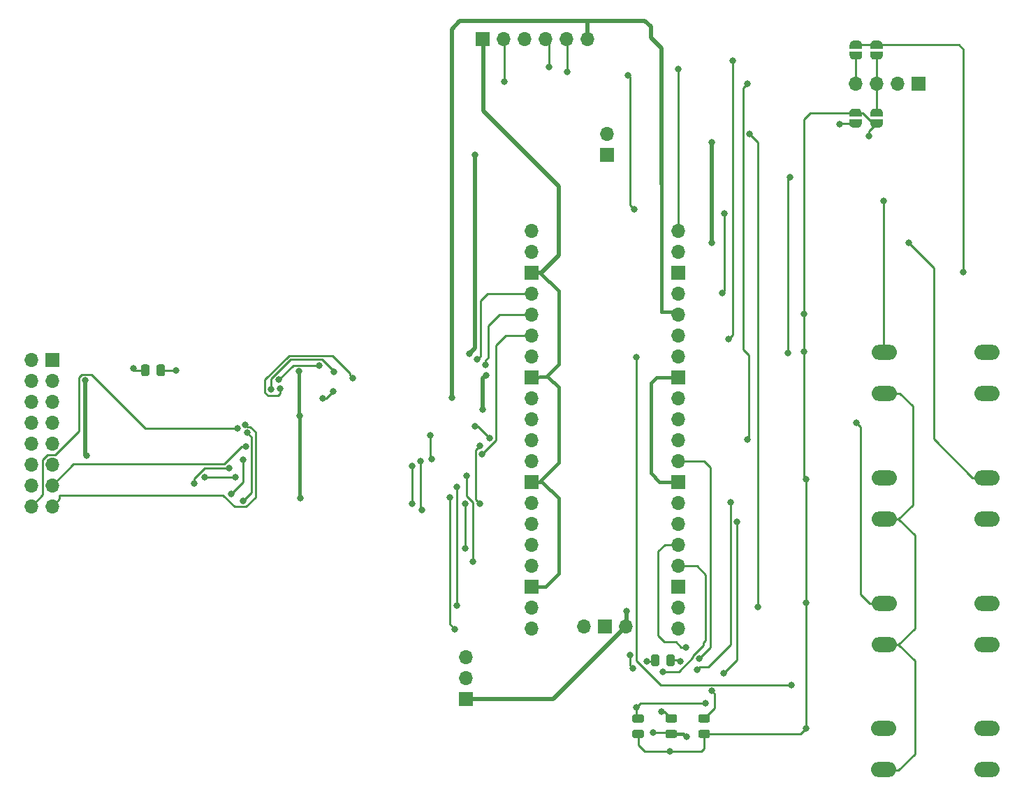
<source format=gbr>
G04 #@! TF.GenerationSoftware,KiCad,Pcbnew,5.1.5+dfsg1-2build2*
G04 #@! TF.CreationDate,2021-07-02T10:02:58+01:00*
G04 #@! TF.ProjectId,pak_breakout,70616b5f-6272-4656-916b-6f75742e6b69,rev?*
G04 #@! TF.SameCoordinates,Original*
G04 #@! TF.FileFunction,Copper,L2,Bot*
G04 #@! TF.FilePolarity,Positive*
%FSLAX46Y46*%
G04 Gerber Fmt 4.6, Leading zero omitted, Abs format (unit mm)*
G04 Created by KiCad (PCBNEW 5.1.5+dfsg1-2build2) date 2021-07-02 10:02:58*
%MOMM*%
%LPD*%
G04 APERTURE LIST*
%ADD10O,1.700000X1.700000*%
%ADD11R,1.700000X1.700000*%
%ADD12C,0.100000*%
%ADD13O,3.048000X1.850000*%
%ADD14C,0.800000*%
%ADD15C,0.500000*%
%ADD16C,0.250000*%
%ADD17C,0.400000*%
G04 APERTURE END LIST*
D10*
X390900000Y-188600000D03*
X388360000Y-188600000D03*
X385820000Y-188600000D03*
X383280000Y-188600000D03*
X380740000Y-188600000D03*
D11*
X378200000Y-188600000D03*
G04 #@! TA.AperFunction,SMDPad,CuDef*
D12*
G36*
X339405142Y-228101174D02*
G01*
X339428803Y-228104684D01*
X339452007Y-228110496D01*
X339474529Y-228118554D01*
X339496153Y-228128782D01*
X339516670Y-228141079D01*
X339535883Y-228155329D01*
X339553607Y-228171393D01*
X339569671Y-228189117D01*
X339583921Y-228208330D01*
X339596218Y-228228847D01*
X339606446Y-228250471D01*
X339614504Y-228272993D01*
X339620316Y-228296197D01*
X339623826Y-228319858D01*
X339625000Y-228343750D01*
X339625000Y-229256250D01*
X339623826Y-229280142D01*
X339620316Y-229303803D01*
X339614504Y-229327007D01*
X339606446Y-229349529D01*
X339596218Y-229371153D01*
X339583921Y-229391670D01*
X339569671Y-229410883D01*
X339553607Y-229428607D01*
X339535883Y-229444671D01*
X339516670Y-229458921D01*
X339496153Y-229471218D01*
X339474529Y-229481446D01*
X339452007Y-229489504D01*
X339428803Y-229495316D01*
X339405142Y-229498826D01*
X339381250Y-229500000D01*
X338893750Y-229500000D01*
X338869858Y-229498826D01*
X338846197Y-229495316D01*
X338822993Y-229489504D01*
X338800471Y-229481446D01*
X338778847Y-229471218D01*
X338758330Y-229458921D01*
X338739117Y-229444671D01*
X338721393Y-229428607D01*
X338705329Y-229410883D01*
X338691079Y-229391670D01*
X338678782Y-229371153D01*
X338668554Y-229349529D01*
X338660496Y-229327007D01*
X338654684Y-229303803D01*
X338651174Y-229280142D01*
X338650000Y-229256250D01*
X338650000Y-228343750D01*
X338651174Y-228319858D01*
X338654684Y-228296197D01*
X338660496Y-228272993D01*
X338668554Y-228250471D01*
X338678782Y-228228847D01*
X338691079Y-228208330D01*
X338705329Y-228189117D01*
X338721393Y-228171393D01*
X338739117Y-228155329D01*
X338758330Y-228141079D01*
X338778847Y-228128782D01*
X338800471Y-228118554D01*
X338822993Y-228110496D01*
X338846197Y-228104684D01*
X338869858Y-228101174D01*
X338893750Y-228100000D01*
X339381250Y-228100000D01*
X339405142Y-228101174D01*
G37*
G04 #@! TD.AperFunction*
G04 #@! TA.AperFunction,SMDPad,CuDef*
G36*
X337530142Y-228101174D02*
G01*
X337553803Y-228104684D01*
X337577007Y-228110496D01*
X337599529Y-228118554D01*
X337621153Y-228128782D01*
X337641670Y-228141079D01*
X337660883Y-228155329D01*
X337678607Y-228171393D01*
X337694671Y-228189117D01*
X337708921Y-228208330D01*
X337721218Y-228228847D01*
X337731446Y-228250471D01*
X337739504Y-228272993D01*
X337745316Y-228296197D01*
X337748826Y-228319858D01*
X337750000Y-228343750D01*
X337750000Y-229256250D01*
X337748826Y-229280142D01*
X337745316Y-229303803D01*
X337739504Y-229327007D01*
X337731446Y-229349529D01*
X337721218Y-229371153D01*
X337708921Y-229391670D01*
X337694671Y-229410883D01*
X337678607Y-229428607D01*
X337660883Y-229444671D01*
X337641670Y-229458921D01*
X337621153Y-229471218D01*
X337599529Y-229481446D01*
X337577007Y-229489504D01*
X337553803Y-229495316D01*
X337530142Y-229498826D01*
X337506250Y-229500000D01*
X337018750Y-229500000D01*
X336994858Y-229498826D01*
X336971197Y-229495316D01*
X336947993Y-229489504D01*
X336925471Y-229481446D01*
X336903847Y-229471218D01*
X336883330Y-229458921D01*
X336864117Y-229444671D01*
X336846393Y-229428607D01*
X336830329Y-229410883D01*
X336816079Y-229391670D01*
X336803782Y-229371153D01*
X336793554Y-229349529D01*
X336785496Y-229327007D01*
X336779684Y-229303803D01*
X336776174Y-229280142D01*
X336775000Y-229256250D01*
X336775000Y-228343750D01*
X336776174Y-228319858D01*
X336779684Y-228296197D01*
X336785496Y-228272993D01*
X336793554Y-228250471D01*
X336803782Y-228228847D01*
X336816079Y-228208330D01*
X336830329Y-228189117D01*
X336846393Y-228171393D01*
X336864117Y-228155329D01*
X336883330Y-228141079D01*
X336903847Y-228128782D01*
X336925471Y-228118554D01*
X336947993Y-228110496D01*
X336971197Y-228104684D01*
X336994858Y-228101174D01*
X337018750Y-228100000D01*
X337506250Y-228100000D01*
X337530142Y-228101174D01*
G37*
G04 #@! TD.AperFunction*
D10*
X376150000Y-263600000D03*
X376150000Y-266140000D03*
D11*
X376150000Y-268680000D03*
D13*
X426750000Y-277250000D03*
X426750000Y-272250000D03*
X439250000Y-277250000D03*
X439250000Y-272250000D03*
G04 #@! TA.AperFunction,SMDPad,CuDef*
D12*
G36*
X422600602Y-197550000D02*
G01*
X422600602Y-197525466D01*
X422605412Y-197476635D01*
X422614984Y-197428510D01*
X422629228Y-197381555D01*
X422648005Y-197336222D01*
X422671136Y-197292949D01*
X422698396Y-197252150D01*
X422729524Y-197214221D01*
X422764221Y-197179524D01*
X422802150Y-197148396D01*
X422842949Y-197121136D01*
X422886222Y-197098005D01*
X422931555Y-197079228D01*
X422978510Y-197064984D01*
X423026635Y-197055412D01*
X423075466Y-197050602D01*
X423100000Y-197050602D01*
X423100000Y-197050000D01*
X423600000Y-197050000D01*
X423600000Y-197050602D01*
X423624534Y-197050602D01*
X423673365Y-197055412D01*
X423721490Y-197064984D01*
X423768445Y-197079228D01*
X423813778Y-197098005D01*
X423857051Y-197121136D01*
X423897850Y-197148396D01*
X423935779Y-197179524D01*
X423970476Y-197214221D01*
X424001604Y-197252150D01*
X424028864Y-197292949D01*
X424051995Y-197336222D01*
X424070772Y-197381555D01*
X424085016Y-197428510D01*
X424094588Y-197476635D01*
X424099398Y-197525466D01*
X424099398Y-197550000D01*
X424100000Y-197550000D01*
X424100000Y-198050000D01*
X422600000Y-198050000D01*
X422600000Y-197550000D01*
X422600602Y-197550000D01*
G37*
G04 #@! TD.AperFunction*
G04 #@! TA.AperFunction,SMDPad,CuDef*
G36*
X424100000Y-198350000D02*
G01*
X424100000Y-198850000D01*
X424099398Y-198850000D01*
X424099398Y-198874534D01*
X424094588Y-198923365D01*
X424085016Y-198971490D01*
X424070772Y-199018445D01*
X424051995Y-199063778D01*
X424028864Y-199107051D01*
X424001604Y-199147850D01*
X423970476Y-199185779D01*
X423935779Y-199220476D01*
X423897850Y-199251604D01*
X423857051Y-199278864D01*
X423813778Y-199301995D01*
X423768445Y-199320772D01*
X423721490Y-199335016D01*
X423673365Y-199344588D01*
X423624534Y-199349398D01*
X423600000Y-199349398D01*
X423600000Y-199350000D01*
X423100000Y-199350000D01*
X423100000Y-199349398D01*
X423075466Y-199349398D01*
X423026635Y-199344588D01*
X422978510Y-199335016D01*
X422931555Y-199320772D01*
X422886222Y-199301995D01*
X422842949Y-199278864D01*
X422802150Y-199251604D01*
X422764221Y-199220476D01*
X422729524Y-199185779D01*
X422698396Y-199147850D01*
X422671136Y-199107051D01*
X422648005Y-199063778D01*
X422629228Y-199018445D01*
X422614984Y-198971490D01*
X422605412Y-198923365D01*
X422600602Y-198874534D01*
X422600602Y-198850000D01*
X422600000Y-198850000D01*
X422600000Y-198350000D01*
X424100000Y-198350000D01*
G37*
G04 #@! TD.AperFunction*
G04 #@! TA.AperFunction,SMDPad,CuDef*
G36*
X426649398Y-198850000D02*
G01*
X426649398Y-198874534D01*
X426644588Y-198923365D01*
X426635016Y-198971490D01*
X426620772Y-199018445D01*
X426601995Y-199063778D01*
X426578864Y-199107051D01*
X426551604Y-199147850D01*
X426520476Y-199185779D01*
X426485779Y-199220476D01*
X426447850Y-199251604D01*
X426407051Y-199278864D01*
X426363778Y-199301995D01*
X426318445Y-199320772D01*
X426271490Y-199335016D01*
X426223365Y-199344588D01*
X426174534Y-199349398D01*
X426150000Y-199349398D01*
X426150000Y-199350000D01*
X425650000Y-199350000D01*
X425650000Y-199349398D01*
X425625466Y-199349398D01*
X425576635Y-199344588D01*
X425528510Y-199335016D01*
X425481555Y-199320772D01*
X425436222Y-199301995D01*
X425392949Y-199278864D01*
X425352150Y-199251604D01*
X425314221Y-199220476D01*
X425279524Y-199185779D01*
X425248396Y-199147850D01*
X425221136Y-199107051D01*
X425198005Y-199063778D01*
X425179228Y-199018445D01*
X425164984Y-198971490D01*
X425155412Y-198923365D01*
X425150602Y-198874534D01*
X425150602Y-198850000D01*
X425150000Y-198850000D01*
X425150000Y-198350000D01*
X426650000Y-198350000D01*
X426650000Y-198850000D01*
X426649398Y-198850000D01*
G37*
G04 #@! TD.AperFunction*
G04 #@! TA.AperFunction,SMDPad,CuDef*
G36*
X425150000Y-198050000D02*
G01*
X425150000Y-197550000D01*
X425150602Y-197550000D01*
X425150602Y-197525466D01*
X425155412Y-197476635D01*
X425164984Y-197428510D01*
X425179228Y-197381555D01*
X425198005Y-197336222D01*
X425221136Y-197292949D01*
X425248396Y-197252150D01*
X425279524Y-197214221D01*
X425314221Y-197179524D01*
X425352150Y-197148396D01*
X425392949Y-197121136D01*
X425436222Y-197098005D01*
X425481555Y-197079228D01*
X425528510Y-197064984D01*
X425576635Y-197055412D01*
X425625466Y-197050602D01*
X425650000Y-197050602D01*
X425650000Y-197050000D01*
X426150000Y-197050000D01*
X426150000Y-197050602D01*
X426174534Y-197050602D01*
X426223365Y-197055412D01*
X426271490Y-197064984D01*
X426318445Y-197079228D01*
X426363778Y-197098005D01*
X426407051Y-197121136D01*
X426447850Y-197148396D01*
X426485779Y-197179524D01*
X426520476Y-197214221D01*
X426551604Y-197252150D01*
X426578864Y-197292949D01*
X426601995Y-197336222D01*
X426620772Y-197381555D01*
X426635016Y-197428510D01*
X426644588Y-197476635D01*
X426649398Y-197525466D01*
X426649398Y-197550000D01*
X426650000Y-197550000D01*
X426650000Y-198050000D01*
X425150000Y-198050000D01*
G37*
G04 #@! TD.AperFunction*
G04 #@! TA.AperFunction,SMDPad,CuDef*
G36*
X422650602Y-189300000D02*
G01*
X422650602Y-189275466D01*
X422655412Y-189226635D01*
X422664984Y-189178510D01*
X422679228Y-189131555D01*
X422698005Y-189086222D01*
X422721136Y-189042949D01*
X422748396Y-189002150D01*
X422779524Y-188964221D01*
X422814221Y-188929524D01*
X422852150Y-188898396D01*
X422892949Y-188871136D01*
X422936222Y-188848005D01*
X422981555Y-188829228D01*
X423028510Y-188814984D01*
X423076635Y-188805412D01*
X423125466Y-188800602D01*
X423150000Y-188800602D01*
X423150000Y-188800000D01*
X423650000Y-188800000D01*
X423650000Y-188800602D01*
X423674534Y-188800602D01*
X423723365Y-188805412D01*
X423771490Y-188814984D01*
X423818445Y-188829228D01*
X423863778Y-188848005D01*
X423907051Y-188871136D01*
X423947850Y-188898396D01*
X423985779Y-188929524D01*
X424020476Y-188964221D01*
X424051604Y-189002150D01*
X424078864Y-189042949D01*
X424101995Y-189086222D01*
X424120772Y-189131555D01*
X424135016Y-189178510D01*
X424144588Y-189226635D01*
X424149398Y-189275466D01*
X424149398Y-189300000D01*
X424150000Y-189300000D01*
X424150000Y-189800000D01*
X422650000Y-189800000D01*
X422650000Y-189300000D01*
X422650602Y-189300000D01*
G37*
G04 #@! TD.AperFunction*
G04 #@! TA.AperFunction,SMDPad,CuDef*
G36*
X424150000Y-190100000D02*
G01*
X424150000Y-190600000D01*
X424149398Y-190600000D01*
X424149398Y-190624534D01*
X424144588Y-190673365D01*
X424135016Y-190721490D01*
X424120772Y-190768445D01*
X424101995Y-190813778D01*
X424078864Y-190857051D01*
X424051604Y-190897850D01*
X424020476Y-190935779D01*
X423985779Y-190970476D01*
X423947850Y-191001604D01*
X423907051Y-191028864D01*
X423863778Y-191051995D01*
X423818445Y-191070772D01*
X423771490Y-191085016D01*
X423723365Y-191094588D01*
X423674534Y-191099398D01*
X423650000Y-191099398D01*
X423650000Y-191100000D01*
X423150000Y-191100000D01*
X423150000Y-191099398D01*
X423125466Y-191099398D01*
X423076635Y-191094588D01*
X423028510Y-191085016D01*
X422981555Y-191070772D01*
X422936222Y-191051995D01*
X422892949Y-191028864D01*
X422852150Y-191001604D01*
X422814221Y-190970476D01*
X422779524Y-190935779D01*
X422748396Y-190897850D01*
X422721136Y-190857051D01*
X422698005Y-190813778D01*
X422679228Y-190768445D01*
X422664984Y-190721490D01*
X422655412Y-190673365D01*
X422650602Y-190624534D01*
X422650602Y-190600000D01*
X422650000Y-190600000D01*
X422650000Y-190100000D01*
X424150000Y-190100000D01*
G37*
G04 #@! TD.AperFunction*
G04 #@! TA.AperFunction,SMDPad,CuDef*
G36*
X425150602Y-189300000D02*
G01*
X425150602Y-189275466D01*
X425155412Y-189226635D01*
X425164984Y-189178510D01*
X425179228Y-189131555D01*
X425198005Y-189086222D01*
X425221136Y-189042949D01*
X425248396Y-189002150D01*
X425279524Y-188964221D01*
X425314221Y-188929524D01*
X425352150Y-188898396D01*
X425392949Y-188871136D01*
X425436222Y-188848005D01*
X425481555Y-188829228D01*
X425528510Y-188814984D01*
X425576635Y-188805412D01*
X425625466Y-188800602D01*
X425650000Y-188800602D01*
X425650000Y-188800000D01*
X426150000Y-188800000D01*
X426150000Y-188800602D01*
X426174534Y-188800602D01*
X426223365Y-188805412D01*
X426271490Y-188814984D01*
X426318445Y-188829228D01*
X426363778Y-188848005D01*
X426407051Y-188871136D01*
X426447850Y-188898396D01*
X426485779Y-188929524D01*
X426520476Y-188964221D01*
X426551604Y-189002150D01*
X426578864Y-189042949D01*
X426601995Y-189086222D01*
X426620772Y-189131555D01*
X426635016Y-189178510D01*
X426644588Y-189226635D01*
X426649398Y-189275466D01*
X426649398Y-189300000D01*
X426650000Y-189300000D01*
X426650000Y-189800000D01*
X425150000Y-189800000D01*
X425150000Y-189300000D01*
X425150602Y-189300000D01*
G37*
G04 #@! TD.AperFunction*
G04 #@! TA.AperFunction,SMDPad,CuDef*
G36*
X426650000Y-190100000D02*
G01*
X426650000Y-190600000D01*
X426649398Y-190600000D01*
X426649398Y-190624534D01*
X426644588Y-190673365D01*
X426635016Y-190721490D01*
X426620772Y-190768445D01*
X426601995Y-190813778D01*
X426578864Y-190857051D01*
X426551604Y-190897850D01*
X426520476Y-190935779D01*
X426485779Y-190970476D01*
X426447850Y-191001604D01*
X426407051Y-191028864D01*
X426363778Y-191051995D01*
X426318445Y-191070772D01*
X426271490Y-191085016D01*
X426223365Y-191094588D01*
X426174534Y-191099398D01*
X426150000Y-191099398D01*
X426150000Y-191100000D01*
X425650000Y-191100000D01*
X425650000Y-191099398D01*
X425625466Y-191099398D01*
X425576635Y-191094588D01*
X425528510Y-191085016D01*
X425481555Y-191070772D01*
X425436222Y-191051995D01*
X425392949Y-191028864D01*
X425352150Y-191001604D01*
X425314221Y-190970476D01*
X425279524Y-190935779D01*
X425248396Y-190897850D01*
X425221136Y-190857051D01*
X425198005Y-190813778D01*
X425179228Y-190768445D01*
X425164984Y-190721490D01*
X425155412Y-190673365D01*
X425150602Y-190624534D01*
X425150602Y-190600000D01*
X425150000Y-190600000D01*
X425150000Y-190100000D01*
X426650000Y-190100000D01*
G37*
G04 #@! TD.AperFunction*
D13*
X426800000Y-246870000D03*
X426800000Y-241870000D03*
X439300000Y-246870000D03*
X439300000Y-241870000D03*
D10*
X393192000Y-200152000D03*
D11*
X393192000Y-202692000D03*
D10*
X323460000Y-245300000D03*
X326000000Y-245300000D03*
X323460000Y-242760000D03*
X326000000Y-242760000D03*
X323460000Y-240220000D03*
X326000000Y-240220000D03*
X323460000Y-237680000D03*
X326000000Y-237680000D03*
X323460000Y-235140000D03*
X326000000Y-235140000D03*
X323460000Y-232600000D03*
X326000000Y-232600000D03*
X323460000Y-230060000D03*
X326000000Y-230060000D03*
X323460000Y-227520000D03*
D11*
X326000000Y-227600000D03*
D10*
X395540000Y-259900000D03*
D11*
X393000000Y-259900000D03*
D10*
X390460000Y-259900000D03*
X401890000Y-211870000D03*
X401890000Y-214410000D03*
D11*
X401890000Y-216950000D03*
D10*
X401890000Y-219490000D03*
X401890000Y-222030000D03*
X401890000Y-224570000D03*
X401890000Y-227110000D03*
D11*
X401890000Y-229650000D03*
D10*
X401890000Y-232190000D03*
X401890000Y-234730000D03*
X401890000Y-237270000D03*
X401890000Y-239810000D03*
D11*
X401890000Y-242350000D03*
D10*
X401890000Y-244890000D03*
X401890000Y-247430000D03*
X401890000Y-249970000D03*
X401890000Y-252510000D03*
D11*
X401890000Y-255050000D03*
D10*
X401890000Y-257590000D03*
X401890000Y-260130000D03*
X384110000Y-260130000D03*
X384110000Y-257590000D03*
D11*
X384110000Y-255050000D03*
D10*
X384110000Y-252510000D03*
X384110000Y-249970000D03*
X384110000Y-247430000D03*
X384110000Y-244890000D03*
D11*
X384110000Y-242350000D03*
D10*
X384110000Y-239810000D03*
X384110000Y-237270000D03*
X384110000Y-234730000D03*
X384110000Y-232190000D03*
D11*
X384110000Y-229650000D03*
D10*
X384110000Y-227110000D03*
X384110000Y-224570000D03*
X384110000Y-222030000D03*
X384110000Y-219490000D03*
D11*
X384110000Y-216950000D03*
D10*
X384110000Y-214410000D03*
X384110000Y-211870000D03*
D13*
X426800000Y-262110000D03*
X426800000Y-257110000D03*
X439300000Y-262110000D03*
X439300000Y-257110000D03*
X426800000Y-231630000D03*
X426800000Y-226630000D03*
X439300000Y-231630000D03*
X439300000Y-226630000D03*
G04 #@! TA.AperFunction,SMDPad,CuDef*
D12*
G36*
X401480142Y-272451174D02*
G01*
X401503803Y-272454684D01*
X401527007Y-272460496D01*
X401549529Y-272468554D01*
X401571153Y-272478782D01*
X401591670Y-272491079D01*
X401610883Y-272505329D01*
X401628607Y-272521393D01*
X401644671Y-272539117D01*
X401658921Y-272558330D01*
X401671218Y-272578847D01*
X401681446Y-272600471D01*
X401689504Y-272622993D01*
X401695316Y-272646197D01*
X401698826Y-272669858D01*
X401700000Y-272693750D01*
X401700000Y-273181250D01*
X401698826Y-273205142D01*
X401695316Y-273228803D01*
X401689504Y-273252007D01*
X401681446Y-273274529D01*
X401671218Y-273296153D01*
X401658921Y-273316670D01*
X401644671Y-273335883D01*
X401628607Y-273353607D01*
X401610883Y-273369671D01*
X401591670Y-273383921D01*
X401571153Y-273396218D01*
X401549529Y-273406446D01*
X401527007Y-273414504D01*
X401503803Y-273420316D01*
X401480142Y-273423826D01*
X401456250Y-273425000D01*
X400543750Y-273425000D01*
X400519858Y-273423826D01*
X400496197Y-273420316D01*
X400472993Y-273414504D01*
X400450471Y-273406446D01*
X400428847Y-273396218D01*
X400408330Y-273383921D01*
X400389117Y-273369671D01*
X400371393Y-273353607D01*
X400355329Y-273335883D01*
X400341079Y-273316670D01*
X400328782Y-273296153D01*
X400318554Y-273274529D01*
X400310496Y-273252007D01*
X400304684Y-273228803D01*
X400301174Y-273205142D01*
X400300000Y-273181250D01*
X400300000Y-272693750D01*
X400301174Y-272669858D01*
X400304684Y-272646197D01*
X400310496Y-272622993D01*
X400318554Y-272600471D01*
X400328782Y-272578847D01*
X400341079Y-272558330D01*
X400355329Y-272539117D01*
X400371393Y-272521393D01*
X400389117Y-272505329D01*
X400408330Y-272491079D01*
X400428847Y-272478782D01*
X400450471Y-272468554D01*
X400472993Y-272460496D01*
X400496197Y-272454684D01*
X400519858Y-272451174D01*
X400543750Y-272450000D01*
X401456250Y-272450000D01*
X401480142Y-272451174D01*
G37*
G04 #@! TD.AperFunction*
G04 #@! TA.AperFunction,SMDPad,CuDef*
G36*
X401480142Y-270576174D02*
G01*
X401503803Y-270579684D01*
X401527007Y-270585496D01*
X401549529Y-270593554D01*
X401571153Y-270603782D01*
X401591670Y-270616079D01*
X401610883Y-270630329D01*
X401628607Y-270646393D01*
X401644671Y-270664117D01*
X401658921Y-270683330D01*
X401671218Y-270703847D01*
X401681446Y-270725471D01*
X401689504Y-270747993D01*
X401695316Y-270771197D01*
X401698826Y-270794858D01*
X401700000Y-270818750D01*
X401700000Y-271306250D01*
X401698826Y-271330142D01*
X401695316Y-271353803D01*
X401689504Y-271377007D01*
X401681446Y-271399529D01*
X401671218Y-271421153D01*
X401658921Y-271441670D01*
X401644671Y-271460883D01*
X401628607Y-271478607D01*
X401610883Y-271494671D01*
X401591670Y-271508921D01*
X401571153Y-271521218D01*
X401549529Y-271531446D01*
X401527007Y-271539504D01*
X401503803Y-271545316D01*
X401480142Y-271548826D01*
X401456250Y-271550000D01*
X400543750Y-271550000D01*
X400519858Y-271548826D01*
X400496197Y-271545316D01*
X400472993Y-271539504D01*
X400450471Y-271531446D01*
X400428847Y-271521218D01*
X400408330Y-271508921D01*
X400389117Y-271494671D01*
X400371393Y-271478607D01*
X400355329Y-271460883D01*
X400341079Y-271441670D01*
X400328782Y-271421153D01*
X400318554Y-271399529D01*
X400310496Y-271377007D01*
X400304684Y-271353803D01*
X400301174Y-271330142D01*
X400300000Y-271306250D01*
X400300000Y-270818750D01*
X400301174Y-270794858D01*
X400304684Y-270771197D01*
X400310496Y-270747993D01*
X400318554Y-270725471D01*
X400328782Y-270703847D01*
X400341079Y-270683330D01*
X400355329Y-270664117D01*
X400371393Y-270646393D01*
X400389117Y-270630329D01*
X400408330Y-270616079D01*
X400428847Y-270603782D01*
X400450471Y-270593554D01*
X400472993Y-270585496D01*
X400496197Y-270579684D01*
X400519858Y-270576174D01*
X400543750Y-270575000D01*
X401456250Y-270575000D01*
X401480142Y-270576174D01*
G37*
G04 #@! TD.AperFunction*
G04 #@! TA.AperFunction,SMDPad,CuDef*
G36*
X397480142Y-270576174D02*
G01*
X397503803Y-270579684D01*
X397527007Y-270585496D01*
X397549529Y-270593554D01*
X397571153Y-270603782D01*
X397591670Y-270616079D01*
X397610883Y-270630329D01*
X397628607Y-270646393D01*
X397644671Y-270664117D01*
X397658921Y-270683330D01*
X397671218Y-270703847D01*
X397681446Y-270725471D01*
X397689504Y-270747993D01*
X397695316Y-270771197D01*
X397698826Y-270794858D01*
X397700000Y-270818750D01*
X397700000Y-271306250D01*
X397698826Y-271330142D01*
X397695316Y-271353803D01*
X397689504Y-271377007D01*
X397681446Y-271399529D01*
X397671218Y-271421153D01*
X397658921Y-271441670D01*
X397644671Y-271460883D01*
X397628607Y-271478607D01*
X397610883Y-271494671D01*
X397591670Y-271508921D01*
X397571153Y-271521218D01*
X397549529Y-271531446D01*
X397527007Y-271539504D01*
X397503803Y-271545316D01*
X397480142Y-271548826D01*
X397456250Y-271550000D01*
X396543750Y-271550000D01*
X396519858Y-271548826D01*
X396496197Y-271545316D01*
X396472993Y-271539504D01*
X396450471Y-271531446D01*
X396428847Y-271521218D01*
X396408330Y-271508921D01*
X396389117Y-271494671D01*
X396371393Y-271478607D01*
X396355329Y-271460883D01*
X396341079Y-271441670D01*
X396328782Y-271421153D01*
X396318554Y-271399529D01*
X396310496Y-271377007D01*
X396304684Y-271353803D01*
X396301174Y-271330142D01*
X396300000Y-271306250D01*
X396300000Y-270818750D01*
X396301174Y-270794858D01*
X396304684Y-270771197D01*
X396310496Y-270747993D01*
X396318554Y-270725471D01*
X396328782Y-270703847D01*
X396341079Y-270683330D01*
X396355329Y-270664117D01*
X396371393Y-270646393D01*
X396389117Y-270630329D01*
X396408330Y-270616079D01*
X396428847Y-270603782D01*
X396450471Y-270593554D01*
X396472993Y-270585496D01*
X396496197Y-270579684D01*
X396519858Y-270576174D01*
X396543750Y-270575000D01*
X397456250Y-270575000D01*
X397480142Y-270576174D01*
G37*
G04 #@! TD.AperFunction*
G04 #@! TA.AperFunction,SMDPad,CuDef*
G36*
X397480142Y-272451174D02*
G01*
X397503803Y-272454684D01*
X397527007Y-272460496D01*
X397549529Y-272468554D01*
X397571153Y-272478782D01*
X397591670Y-272491079D01*
X397610883Y-272505329D01*
X397628607Y-272521393D01*
X397644671Y-272539117D01*
X397658921Y-272558330D01*
X397671218Y-272578847D01*
X397681446Y-272600471D01*
X397689504Y-272622993D01*
X397695316Y-272646197D01*
X397698826Y-272669858D01*
X397700000Y-272693750D01*
X397700000Y-273181250D01*
X397698826Y-273205142D01*
X397695316Y-273228803D01*
X397689504Y-273252007D01*
X397681446Y-273274529D01*
X397671218Y-273296153D01*
X397658921Y-273316670D01*
X397644671Y-273335883D01*
X397628607Y-273353607D01*
X397610883Y-273369671D01*
X397591670Y-273383921D01*
X397571153Y-273396218D01*
X397549529Y-273406446D01*
X397527007Y-273414504D01*
X397503803Y-273420316D01*
X397480142Y-273423826D01*
X397456250Y-273425000D01*
X396543750Y-273425000D01*
X396519858Y-273423826D01*
X396496197Y-273420316D01*
X396472993Y-273414504D01*
X396450471Y-273406446D01*
X396428847Y-273396218D01*
X396408330Y-273383921D01*
X396389117Y-273369671D01*
X396371393Y-273353607D01*
X396355329Y-273335883D01*
X396341079Y-273316670D01*
X396328782Y-273296153D01*
X396318554Y-273274529D01*
X396310496Y-273252007D01*
X396304684Y-273228803D01*
X396301174Y-273205142D01*
X396300000Y-273181250D01*
X396300000Y-272693750D01*
X396301174Y-272669858D01*
X396304684Y-272646197D01*
X396310496Y-272622993D01*
X396318554Y-272600471D01*
X396328782Y-272578847D01*
X396341079Y-272558330D01*
X396355329Y-272539117D01*
X396371393Y-272521393D01*
X396389117Y-272505329D01*
X396408330Y-272491079D01*
X396428847Y-272478782D01*
X396450471Y-272468554D01*
X396472993Y-272460496D01*
X396496197Y-272454684D01*
X396519858Y-272451174D01*
X396543750Y-272450000D01*
X397456250Y-272450000D01*
X397480142Y-272451174D01*
G37*
G04 #@! TD.AperFunction*
G04 #@! TA.AperFunction,SMDPad,CuDef*
G36*
X405480142Y-270576174D02*
G01*
X405503803Y-270579684D01*
X405527007Y-270585496D01*
X405549529Y-270593554D01*
X405571153Y-270603782D01*
X405591670Y-270616079D01*
X405610883Y-270630329D01*
X405628607Y-270646393D01*
X405644671Y-270664117D01*
X405658921Y-270683330D01*
X405671218Y-270703847D01*
X405681446Y-270725471D01*
X405689504Y-270747993D01*
X405695316Y-270771197D01*
X405698826Y-270794858D01*
X405700000Y-270818750D01*
X405700000Y-271306250D01*
X405698826Y-271330142D01*
X405695316Y-271353803D01*
X405689504Y-271377007D01*
X405681446Y-271399529D01*
X405671218Y-271421153D01*
X405658921Y-271441670D01*
X405644671Y-271460883D01*
X405628607Y-271478607D01*
X405610883Y-271494671D01*
X405591670Y-271508921D01*
X405571153Y-271521218D01*
X405549529Y-271531446D01*
X405527007Y-271539504D01*
X405503803Y-271545316D01*
X405480142Y-271548826D01*
X405456250Y-271550000D01*
X404543750Y-271550000D01*
X404519858Y-271548826D01*
X404496197Y-271545316D01*
X404472993Y-271539504D01*
X404450471Y-271531446D01*
X404428847Y-271521218D01*
X404408330Y-271508921D01*
X404389117Y-271494671D01*
X404371393Y-271478607D01*
X404355329Y-271460883D01*
X404341079Y-271441670D01*
X404328782Y-271421153D01*
X404318554Y-271399529D01*
X404310496Y-271377007D01*
X404304684Y-271353803D01*
X404301174Y-271330142D01*
X404300000Y-271306250D01*
X404300000Y-270818750D01*
X404301174Y-270794858D01*
X404304684Y-270771197D01*
X404310496Y-270747993D01*
X404318554Y-270725471D01*
X404328782Y-270703847D01*
X404341079Y-270683330D01*
X404355329Y-270664117D01*
X404371393Y-270646393D01*
X404389117Y-270630329D01*
X404408330Y-270616079D01*
X404428847Y-270603782D01*
X404450471Y-270593554D01*
X404472993Y-270585496D01*
X404496197Y-270579684D01*
X404519858Y-270576174D01*
X404543750Y-270575000D01*
X405456250Y-270575000D01*
X405480142Y-270576174D01*
G37*
G04 #@! TD.AperFunction*
G04 #@! TA.AperFunction,SMDPad,CuDef*
G36*
X405480142Y-272451174D02*
G01*
X405503803Y-272454684D01*
X405527007Y-272460496D01*
X405549529Y-272468554D01*
X405571153Y-272478782D01*
X405591670Y-272491079D01*
X405610883Y-272505329D01*
X405628607Y-272521393D01*
X405644671Y-272539117D01*
X405658921Y-272558330D01*
X405671218Y-272578847D01*
X405681446Y-272600471D01*
X405689504Y-272622993D01*
X405695316Y-272646197D01*
X405698826Y-272669858D01*
X405700000Y-272693750D01*
X405700000Y-273181250D01*
X405698826Y-273205142D01*
X405695316Y-273228803D01*
X405689504Y-273252007D01*
X405681446Y-273274529D01*
X405671218Y-273296153D01*
X405658921Y-273316670D01*
X405644671Y-273335883D01*
X405628607Y-273353607D01*
X405610883Y-273369671D01*
X405591670Y-273383921D01*
X405571153Y-273396218D01*
X405549529Y-273406446D01*
X405527007Y-273414504D01*
X405503803Y-273420316D01*
X405480142Y-273423826D01*
X405456250Y-273425000D01*
X404543750Y-273425000D01*
X404519858Y-273423826D01*
X404496197Y-273420316D01*
X404472993Y-273414504D01*
X404450471Y-273406446D01*
X404428847Y-273396218D01*
X404408330Y-273383921D01*
X404389117Y-273369671D01*
X404371393Y-273353607D01*
X404355329Y-273335883D01*
X404341079Y-273316670D01*
X404328782Y-273296153D01*
X404318554Y-273274529D01*
X404310496Y-273252007D01*
X404304684Y-273228803D01*
X404301174Y-273205142D01*
X404300000Y-273181250D01*
X404300000Y-272693750D01*
X404301174Y-272669858D01*
X404304684Y-272646197D01*
X404310496Y-272622993D01*
X404318554Y-272600471D01*
X404328782Y-272578847D01*
X404341079Y-272558330D01*
X404355329Y-272539117D01*
X404371393Y-272521393D01*
X404389117Y-272505329D01*
X404408330Y-272491079D01*
X404428847Y-272478782D01*
X404450471Y-272468554D01*
X404472993Y-272460496D01*
X404496197Y-272454684D01*
X404519858Y-272451174D01*
X404543750Y-272450000D01*
X405456250Y-272450000D01*
X405480142Y-272451174D01*
G37*
G04 #@! TD.AperFunction*
D10*
X423380000Y-194000000D03*
X425920000Y-194000000D03*
X428460000Y-194000000D03*
D11*
X431000000Y-194000000D03*
G04 #@! TA.AperFunction,SMDPad,CuDef*
D12*
G36*
X399330142Y-263301174D02*
G01*
X399353803Y-263304684D01*
X399377007Y-263310496D01*
X399399529Y-263318554D01*
X399421153Y-263328782D01*
X399441670Y-263341079D01*
X399460883Y-263355329D01*
X399478607Y-263371393D01*
X399494671Y-263389117D01*
X399508921Y-263408330D01*
X399521218Y-263428847D01*
X399531446Y-263450471D01*
X399539504Y-263472993D01*
X399545316Y-263496197D01*
X399548826Y-263519858D01*
X399550000Y-263543750D01*
X399550000Y-264456250D01*
X399548826Y-264480142D01*
X399545316Y-264503803D01*
X399539504Y-264527007D01*
X399531446Y-264549529D01*
X399521218Y-264571153D01*
X399508921Y-264591670D01*
X399494671Y-264610883D01*
X399478607Y-264628607D01*
X399460883Y-264644671D01*
X399441670Y-264658921D01*
X399421153Y-264671218D01*
X399399529Y-264681446D01*
X399377007Y-264689504D01*
X399353803Y-264695316D01*
X399330142Y-264698826D01*
X399306250Y-264700000D01*
X398818750Y-264700000D01*
X398794858Y-264698826D01*
X398771197Y-264695316D01*
X398747993Y-264689504D01*
X398725471Y-264681446D01*
X398703847Y-264671218D01*
X398683330Y-264658921D01*
X398664117Y-264644671D01*
X398646393Y-264628607D01*
X398630329Y-264610883D01*
X398616079Y-264591670D01*
X398603782Y-264571153D01*
X398593554Y-264549529D01*
X398585496Y-264527007D01*
X398579684Y-264503803D01*
X398576174Y-264480142D01*
X398575000Y-264456250D01*
X398575000Y-263543750D01*
X398576174Y-263519858D01*
X398579684Y-263496197D01*
X398585496Y-263472993D01*
X398593554Y-263450471D01*
X398603782Y-263428847D01*
X398616079Y-263408330D01*
X398630329Y-263389117D01*
X398646393Y-263371393D01*
X398664117Y-263355329D01*
X398683330Y-263341079D01*
X398703847Y-263328782D01*
X398725471Y-263318554D01*
X398747993Y-263310496D01*
X398771197Y-263304684D01*
X398794858Y-263301174D01*
X398818750Y-263300000D01*
X399306250Y-263300000D01*
X399330142Y-263301174D01*
G37*
G04 #@! TD.AperFunction*
G04 #@! TA.AperFunction,SMDPad,CuDef*
G36*
X401205142Y-263301174D02*
G01*
X401228803Y-263304684D01*
X401252007Y-263310496D01*
X401274529Y-263318554D01*
X401296153Y-263328782D01*
X401316670Y-263341079D01*
X401335883Y-263355329D01*
X401353607Y-263371393D01*
X401369671Y-263389117D01*
X401383921Y-263408330D01*
X401396218Y-263428847D01*
X401406446Y-263450471D01*
X401414504Y-263472993D01*
X401420316Y-263496197D01*
X401423826Y-263519858D01*
X401425000Y-263543750D01*
X401425000Y-264456250D01*
X401423826Y-264480142D01*
X401420316Y-264503803D01*
X401414504Y-264527007D01*
X401406446Y-264549529D01*
X401396218Y-264571153D01*
X401383921Y-264591670D01*
X401369671Y-264610883D01*
X401353607Y-264628607D01*
X401335883Y-264644671D01*
X401316670Y-264658921D01*
X401296153Y-264671218D01*
X401274529Y-264681446D01*
X401252007Y-264689504D01*
X401228803Y-264695316D01*
X401205142Y-264698826D01*
X401181250Y-264700000D01*
X400693750Y-264700000D01*
X400669858Y-264698826D01*
X400646197Y-264695316D01*
X400622993Y-264689504D01*
X400600471Y-264681446D01*
X400578847Y-264671218D01*
X400558330Y-264658921D01*
X400539117Y-264644671D01*
X400521393Y-264628607D01*
X400505329Y-264610883D01*
X400491079Y-264591670D01*
X400478782Y-264571153D01*
X400468554Y-264549529D01*
X400460496Y-264527007D01*
X400454684Y-264503803D01*
X400451174Y-264480142D01*
X400450000Y-264456250D01*
X400450000Y-263543750D01*
X400451174Y-263519858D01*
X400454684Y-263496197D01*
X400460496Y-263472993D01*
X400468554Y-263450471D01*
X400478782Y-263428847D01*
X400491079Y-263408330D01*
X400505329Y-263389117D01*
X400521393Y-263371393D01*
X400539117Y-263355329D01*
X400558330Y-263341079D01*
X400578847Y-263328782D01*
X400600471Y-263318554D01*
X400622993Y-263310496D01*
X400646197Y-263304684D01*
X400669858Y-263301174D01*
X400693750Y-263300000D01*
X401181250Y-263300000D01*
X401205142Y-263301174D01*
G37*
G04 #@! TD.AperFunction*
D14*
X377190000Y-202692000D03*
X376550000Y-226800000D03*
X398780000Y-272796000D03*
X398018000Y-264160000D03*
X402844000Y-273304000D03*
X436450000Y-216900000D03*
X329950000Y-230050000D03*
X330150000Y-239200000D03*
X355850000Y-228950000D03*
X356000000Y-234350000D03*
X356100000Y-244350000D03*
X378200000Y-233600000D03*
X378600000Y-229400000D03*
X341000000Y-228800000D03*
X344450000Y-241800000D03*
X348150000Y-241800000D03*
X347650000Y-243845000D03*
X349100000Y-239650000D03*
X343150000Y-242525000D03*
X347450000Y-240650000D03*
X349150000Y-244650000D03*
X349650000Y-236400000D03*
X349450000Y-238050000D03*
X348450000Y-235850000D03*
X349375279Y-235438474D03*
X417068000Y-226568000D03*
X417322000Y-242062000D03*
X417322000Y-257048000D03*
X417322000Y-272288000D03*
X400812000Y-275082000D03*
X402082000Y-264160000D03*
X417068000Y-221996000D03*
X374400000Y-232125000D03*
X425000000Y-200400000D03*
X335800000Y-228600000D03*
X396748000Y-269748000D03*
X405200000Y-269200000D03*
X407400000Y-265600000D03*
X409000000Y-247200000D03*
X399796000Y-270256000D03*
X405892000Y-267716000D03*
X404114000Y-265176000D03*
X408178000Y-244856000D03*
X426720000Y-208280000D03*
X429768000Y-213360000D03*
X423418000Y-235204000D03*
X396800000Y-227200000D03*
X415600000Y-267000000D03*
X411480000Y-257556000D03*
X410464000Y-200152000D03*
X415150000Y-226700000D03*
X415450000Y-205400000D03*
X374200000Y-244200000D03*
X374800000Y-260200000D03*
X375000000Y-243000000D03*
X375000000Y-257400000D03*
X376200000Y-241600000D03*
X377000000Y-252000000D03*
X369600000Y-240400000D03*
X369600000Y-245000000D03*
X376000000Y-245000000D03*
X376000000Y-250400000D03*
X370600000Y-239800000D03*
X370800000Y-245800000D03*
X377843976Y-237951572D03*
X377800000Y-245000000D03*
X371800000Y-236670010D03*
X372000000Y-239600000D03*
X377200000Y-235600000D03*
X379000000Y-237000000D03*
X353450000Y-229950000D03*
X358350000Y-228200000D03*
X377500000Y-227500000D03*
X352500000Y-231150000D03*
X360100000Y-229000000D03*
X378500000Y-228150000D03*
X353600000Y-231050000D03*
X362400000Y-229800000D03*
X378050000Y-239000000D03*
X405892000Y-201168000D03*
X405892000Y-213360000D03*
X396494000Y-209296000D03*
X407416000Y-209804000D03*
X407162000Y-219456000D03*
X395800000Y-193003000D03*
X388400000Y-192600000D03*
X401828000Y-192278000D03*
X386200000Y-192000000D03*
X407924000Y-225044000D03*
X408432000Y-191262000D03*
X410210000Y-194056000D03*
X410210000Y-237236000D03*
X380800000Y-193800000D03*
X421400000Y-198900000D03*
X395600000Y-258000000D03*
X400000000Y-265400000D03*
X358757347Y-232242653D03*
X360000000Y-231400000D03*
X396400000Y-265000000D03*
X396000000Y-263400000D03*
X402800000Y-262400000D03*
X404400000Y-263800000D03*
D15*
X377190000Y-202692000D02*
X377190000Y-202692000D01*
X377190000Y-226160000D02*
X376550000Y-226800000D01*
X377190000Y-202692000D02*
X377190000Y-226160000D01*
D16*
X428574000Y-246870000D02*
X426800000Y-246870000D01*
X430276000Y-245168000D02*
X428574000Y-246870000D01*
X428574000Y-246870000D02*
X430530000Y-248826000D01*
X428574000Y-262110000D02*
X426800000Y-262110000D01*
X430530000Y-260154000D02*
X428574000Y-262110000D01*
X430530000Y-248826000D02*
X430530000Y-260154000D01*
X428574000Y-262110000D02*
X430530000Y-264066000D01*
X428574000Y-277350000D02*
X426800000Y-277350000D01*
X430530000Y-275394000D02*
X428574000Y-277350000D01*
X430530000Y-264066000D02*
X430530000Y-275394000D01*
X400858500Y-272796000D02*
X401000000Y-272937500D01*
X398780000Y-272796000D02*
X400858500Y-272796000D01*
X398902500Y-264160000D02*
X399062500Y-264000000D01*
X398018000Y-264160000D02*
X398902500Y-264160000D01*
D17*
X384110000Y-242350000D02*
X385352000Y-242350000D01*
X385352000Y-242350000D02*
X387350000Y-244348000D01*
X387350000Y-244348000D02*
X387350000Y-253492000D01*
X385792000Y-255050000D02*
X384110000Y-255050000D01*
X387350000Y-253492000D02*
X385792000Y-255050000D01*
X384110000Y-242350000D02*
X385030000Y-242350000D01*
X385030000Y-242350000D02*
X387350000Y-240030000D01*
X387350000Y-240030000D02*
X387350000Y-230886000D01*
X387350000Y-230886000D02*
X386114000Y-229650000D01*
X401890000Y-229650000D02*
X399254000Y-229650000D01*
X399254000Y-229650000D02*
X398526000Y-230378000D01*
X398526000Y-230378000D02*
X398526000Y-241300000D01*
X399576000Y-242350000D02*
X401890000Y-242350000D01*
X398526000Y-241300000D02*
X399576000Y-242350000D01*
X384110000Y-216950000D02*
X385098000Y-216950000D01*
X385098000Y-216950000D02*
X387350000Y-219202000D01*
X387350000Y-228092000D02*
X385826000Y-229616000D01*
X387350000Y-219202000D02*
X387350000Y-228092000D01*
X385826000Y-229616000D02*
X384110000Y-229650000D01*
X386114000Y-229650000D02*
X385826000Y-229616000D01*
X402477500Y-272937500D02*
X402844000Y-273304000D01*
X401000000Y-272937500D02*
X402477500Y-272937500D01*
D16*
X430276000Y-245168000D02*
X430276000Y-233172000D01*
X428734000Y-231630000D02*
X426800000Y-231630000D01*
X430276000Y-233172000D02*
X428734000Y-231630000D01*
D15*
X387350000Y-206502000D02*
X378206000Y-197358000D01*
X378206000Y-197358000D02*
X378206000Y-188468000D01*
X387350000Y-214884000D02*
X387350000Y-206502000D01*
X385284000Y-216950000D02*
X387350000Y-214884000D01*
X384110000Y-216950000D02*
X385284000Y-216950000D01*
D16*
X423400000Y-189300000D02*
X425900000Y-189300000D01*
X435900000Y-189300000D02*
X425900000Y-189300000D01*
X436450000Y-189850000D02*
X435900000Y-189300000D01*
D15*
X329950000Y-239000000D02*
X330150000Y-239200000D01*
X329950000Y-230050000D02*
X329950000Y-239000000D01*
D17*
X355850000Y-234200000D02*
X356000000Y-234350000D01*
X355850000Y-228950000D02*
X355850000Y-234200000D01*
X356000000Y-244250000D02*
X356100000Y-244350000D01*
X356000000Y-234350000D02*
X356000000Y-244250000D01*
D15*
X378200000Y-229800000D02*
X378600000Y-229400000D01*
X378200000Y-233600000D02*
X378200000Y-229800000D01*
D16*
X436450000Y-216900000D02*
X436450000Y-196350000D01*
X436450000Y-196350000D02*
X436450000Y-189850000D01*
X339137500Y-228800000D02*
X341000000Y-228800000D01*
X344450000Y-241800000D02*
X348150000Y-241800000D01*
X349100000Y-242395000D02*
X349100000Y-239650000D01*
X347650000Y-243845000D02*
X349100000Y-242395000D01*
X344459315Y-240650000D02*
X347450000Y-240650000D01*
X343150000Y-241959315D02*
X344459315Y-240650000D01*
X343150000Y-242525000D02*
X343150000Y-241959315D01*
X350175001Y-236925001D02*
X349650000Y-236400000D01*
X350175001Y-243624999D02*
X350175001Y-236925001D01*
X349150000Y-244650000D02*
X350175001Y-243624999D01*
X348976998Y-238050000D02*
X349450000Y-238050000D01*
X346827008Y-240199990D02*
X348976998Y-238050000D01*
X328560010Y-240199990D02*
X346827008Y-240199990D01*
X326000000Y-242760000D02*
X328560010Y-240199990D01*
X329224999Y-229701999D02*
X329601999Y-229324999D01*
X326374003Y-239044999D02*
X329224999Y-236194003D01*
X329601999Y-229324999D02*
X330724999Y-229324999D01*
X325405001Y-239044999D02*
X326374003Y-239044999D01*
X324824999Y-239625001D02*
X325405001Y-239044999D01*
X324824999Y-243935001D02*
X324824999Y-239625001D01*
X329224999Y-236194003D02*
X329224999Y-229701999D01*
X323460000Y-245300000D02*
X324824999Y-243935001D01*
X337250000Y-235850000D02*
X348450000Y-235850000D01*
X330724999Y-229324999D02*
X337250000Y-235850000D01*
X326849999Y-244450001D02*
X326849999Y-244000001D01*
X326000000Y-245300000D02*
X326849999Y-244450001D01*
X326849999Y-244000001D02*
X326900000Y-243950000D01*
X349998001Y-235674999D02*
X349611804Y-235674999D01*
X350625010Y-236302008D02*
X349998001Y-235674999D01*
X350625010Y-244247992D02*
X350625010Y-236302008D01*
X349611804Y-235674999D02*
X349375279Y-235438474D01*
X349498001Y-245375001D02*
X350625010Y-244247992D01*
X348106999Y-245375001D02*
X349498001Y-245375001D01*
X346681998Y-243950000D02*
X348106999Y-245375001D01*
X326900000Y-243950000D02*
X346681998Y-243950000D01*
X417068000Y-241808000D02*
X417322000Y-242062000D01*
X417068000Y-226568000D02*
X417068000Y-241808000D01*
X417322000Y-242062000D02*
X417322000Y-257048000D01*
X417322000Y-257048000D02*
X417322000Y-272288000D01*
X400812000Y-275082000D02*
X404622000Y-275082000D01*
X405000000Y-274704000D02*
X405000000Y-272937500D01*
X404622000Y-275082000D02*
X405000000Y-274704000D01*
X416672500Y-272937500D02*
X417322000Y-272288000D01*
X405000000Y-272937500D02*
X416672500Y-272937500D01*
X397000000Y-272937500D02*
X397000000Y-274318000D01*
X397764000Y-275082000D02*
X400812000Y-275082000D01*
X397000000Y-274318000D02*
X397764000Y-275082000D01*
X401922000Y-264000000D02*
X402082000Y-264160000D01*
X400937500Y-264000000D02*
X401922000Y-264000000D01*
X417068000Y-221996000D02*
X417068000Y-226568000D01*
D17*
X399796000Y-206248000D02*
X399796000Y-221742000D01*
X401602000Y-221742000D02*
X401890000Y-222030000D01*
X399796000Y-221742000D02*
X401602000Y-221742000D01*
D15*
X399796000Y-189738000D02*
X398526000Y-188468000D01*
X399796000Y-206248000D02*
X399796000Y-189738000D01*
D16*
X417068000Y-221996000D02*
X417068000Y-198382000D01*
X417900000Y-197550000D02*
X423350000Y-197550000D01*
X417068000Y-198382000D02*
X417900000Y-197550000D01*
X424190364Y-197550000D02*
X425490364Y-198850000D01*
X425490364Y-198850000D02*
X425900000Y-198850000D01*
X423350000Y-197550000D02*
X424190364Y-197550000D01*
D15*
X374400000Y-232125000D02*
X374400000Y-187400000D01*
X374400000Y-187400000D02*
X375400000Y-186400000D01*
X398526000Y-187126000D02*
X398526000Y-188468000D01*
X397800000Y-186400000D02*
X398526000Y-187126000D01*
D16*
X425000000Y-199750000D02*
X425900000Y-198850000D01*
X425000000Y-200400000D02*
X425000000Y-199750000D01*
D15*
X390800000Y-186400000D02*
X390900000Y-186500000D01*
X390900000Y-186500000D02*
X390900000Y-188600000D01*
X375400000Y-186400000D02*
X390800000Y-186400000D01*
X390800000Y-186400000D02*
X397800000Y-186400000D01*
D16*
X336000000Y-228800000D02*
X335800000Y-228600000D01*
X337262500Y-228800000D02*
X336000000Y-228800000D01*
X396748000Y-270810500D02*
X397000000Y-271062500D01*
X396748000Y-269748000D02*
X396748000Y-270810500D01*
X397296000Y-269200000D02*
X405200000Y-269200000D01*
X396748000Y-269748000D02*
X397296000Y-269200000D01*
X409000000Y-264000000D02*
X409000000Y-247200000D01*
X407400000Y-265600000D02*
X409000000Y-264000000D01*
X400193500Y-270256000D02*
X401000000Y-271062500D01*
X399796000Y-270256000D02*
X400193500Y-270256000D01*
X405485527Y-270576973D02*
X405000000Y-271062500D01*
X406291999Y-269770501D02*
X405485527Y-270576973D01*
X406291999Y-268115999D02*
X406291999Y-269770501D01*
X405892000Y-267716000D02*
X406291999Y-268115999D01*
X404513999Y-264776001D02*
X405529999Y-264776001D01*
X404114000Y-265176000D02*
X404513999Y-264776001D01*
X408178000Y-262128000D02*
X408178000Y-244856000D01*
X405529999Y-264776001D02*
X408178000Y-262128000D01*
X426720000Y-226550000D02*
X426800000Y-226630000D01*
X426720000Y-208280000D02*
X426720000Y-226550000D01*
X429768000Y-213360000D02*
X432816000Y-216408000D01*
X437526000Y-241870000D02*
X439300000Y-241870000D01*
X432816000Y-237160000D02*
X437526000Y-241870000D01*
X432816000Y-216408000D02*
X432816000Y-237160000D01*
X423418000Y-235204000D02*
X423926000Y-235712000D01*
X425026000Y-257110000D02*
X426800000Y-257110000D01*
X423926000Y-256010000D02*
X425026000Y-257110000D01*
X423926000Y-235712000D02*
X423926000Y-256010000D01*
X396800000Y-264015002D02*
X399784998Y-267000000D01*
X396800000Y-227200000D02*
X396800000Y-264015002D01*
X415590999Y-266990999D02*
X415600000Y-267000000D01*
X399793999Y-266990999D02*
X415590999Y-266990999D01*
X399784998Y-267000000D02*
X399793999Y-266990999D01*
X411480000Y-201168000D02*
X410464000Y-200152000D01*
X411480000Y-257556000D02*
X411480000Y-201168000D01*
X415150000Y-205700000D02*
X415450000Y-205400000D01*
X415150000Y-226700000D02*
X415150000Y-205700000D01*
X374200000Y-259600000D02*
X374800000Y-260200000D01*
X374200000Y-244200000D02*
X374200000Y-259600000D01*
X375000000Y-243000000D02*
X375000000Y-257400000D01*
X377000000Y-244836410D02*
X377000000Y-252000000D01*
X376200000Y-244036410D02*
X377000000Y-244836410D01*
X376200000Y-241600000D02*
X376200000Y-244036410D01*
X369600000Y-240400000D02*
X369600000Y-245000000D01*
X376000000Y-245000000D02*
X376000000Y-250400000D01*
X370600000Y-245600000D02*
X370800000Y-245800000D01*
X370600000Y-239800000D02*
X370600000Y-245600000D01*
X377324999Y-244524999D02*
X377800000Y-245000000D01*
X377324999Y-238470549D02*
X377324999Y-244524999D01*
X377843976Y-237951572D02*
X377324999Y-238470549D01*
X371800000Y-239400000D02*
X372000000Y-239600000D01*
X371800000Y-236670010D02*
X371800000Y-239400000D01*
X377600000Y-235600000D02*
X379000000Y-237000000D01*
X377200000Y-235600000D02*
X377600000Y-235600000D01*
X355200000Y-228200000D02*
X358350000Y-228200000D01*
X353450000Y-229950000D02*
X355200000Y-228200000D01*
X377899999Y-227100001D02*
X377899999Y-220350001D01*
X377500000Y-227500000D02*
X377899999Y-227100001D01*
X378760000Y-219490000D02*
X384110000Y-219490000D01*
X377899999Y-220350001D02*
X378760000Y-219490000D01*
X360100000Y-228876998D02*
X360100000Y-229000000D01*
X358698001Y-227474999D02*
X360100000Y-228876998D01*
X354851999Y-227474999D02*
X358698001Y-227474999D01*
X352500000Y-229826998D02*
X354851999Y-227474999D01*
X352500000Y-231150000D02*
X352500000Y-229826998D01*
X378500000Y-227584315D02*
X378800000Y-227284315D01*
X378500000Y-228150000D02*
X378500000Y-227584315D01*
X378800000Y-227284315D02*
X378800000Y-223400000D01*
X380170000Y-222030000D02*
X384110000Y-222030000D01*
X378800000Y-223400000D02*
X380170000Y-222030000D01*
X354665599Y-227024989D02*
X359924989Y-227024989D01*
X351774999Y-231498001D02*
X351774999Y-229915589D01*
X352151999Y-231875001D02*
X351774999Y-231498001D01*
X353340684Y-231875001D02*
X352151999Y-231875001D01*
X359924989Y-227024989D02*
X360000000Y-227100000D01*
X351774999Y-229915589D02*
X354665599Y-227024989D01*
X353600000Y-231615685D02*
X353340684Y-231875001D01*
X353600000Y-231050000D02*
X353600000Y-231615685D01*
X360000000Y-227100000D02*
X362062654Y-229162654D01*
X362062654Y-229462654D02*
X362400000Y-229800000D01*
X362062654Y-229162654D02*
X362062654Y-229462654D01*
X378050000Y-239000000D02*
X379750000Y-237300000D01*
X379750000Y-237300000D02*
X379750000Y-225750000D01*
X380930000Y-224570000D02*
X384110000Y-224570000D01*
X379750000Y-225750000D02*
X380930000Y-224570000D01*
D15*
X405892000Y-201168000D02*
X405892000Y-213360000D01*
D16*
X395986000Y-208788000D02*
X396494000Y-209296000D01*
X395986000Y-208534000D02*
X395986000Y-208788000D01*
X407416000Y-219202000D02*
X407162000Y-219456000D01*
X407416000Y-209804000D02*
X407416000Y-219202000D01*
X395986000Y-193189000D02*
X395800000Y-193003000D01*
X395986000Y-208534000D02*
X395986000Y-193189000D01*
X388400000Y-188640000D02*
X388360000Y-188600000D01*
X388400000Y-192600000D02*
X388400000Y-188640000D01*
X401890000Y-211870000D02*
X401890000Y-192340000D01*
X401890000Y-192340000D02*
X401828000Y-192278000D01*
X386200000Y-188980000D02*
X385820000Y-188600000D01*
X386200000Y-192000000D02*
X386200000Y-188980000D01*
X408432000Y-191262000D02*
X408432000Y-224536000D01*
X408432000Y-224536000D02*
X407924000Y-225044000D01*
X410210000Y-194056000D02*
X409738999Y-194527001D01*
X409738999Y-194527001D02*
X409738999Y-226293997D01*
X409738999Y-226293997D02*
X410427001Y-226981999D01*
X410427001Y-226981999D02*
X410427001Y-237018999D01*
X410427001Y-237018999D02*
X410210000Y-237236000D01*
X380800000Y-188660000D02*
X380740000Y-188600000D01*
X380800000Y-193800000D02*
X380800000Y-188660000D01*
X423400000Y-193980000D02*
X423380000Y-194000000D01*
X423400000Y-190600000D02*
X423400000Y-193980000D01*
X421450000Y-198850000D02*
X421400000Y-198900000D01*
X423350000Y-198850000D02*
X421450000Y-198850000D01*
X425900000Y-193980000D02*
X425920000Y-194000000D01*
X425900000Y-190600000D02*
X425900000Y-193980000D01*
X425900000Y-194020000D02*
X425920000Y-194000000D01*
X425900000Y-197550000D02*
X425900000Y-194020000D01*
D15*
X377500000Y-268680000D02*
X376150000Y-268680000D01*
X386730002Y-268680000D02*
X377500000Y-268680000D01*
X395600000Y-259810002D02*
X386730002Y-268680000D01*
X395600000Y-258000000D02*
X395600000Y-259810002D01*
D16*
X403674999Y-263451999D02*
X404926998Y-262200000D01*
X403674999Y-263640003D02*
X403674999Y-263451999D01*
X401915002Y-265400000D02*
X403674999Y-263640003D01*
X400000000Y-265400000D02*
X401915002Y-265400000D01*
X404926998Y-261873002D02*
X405200000Y-261600000D01*
X404926998Y-262200000D02*
X404926998Y-261873002D01*
X405200000Y-261600000D02*
X405200000Y-253600000D01*
X404110000Y-252510000D02*
X401890000Y-252510000D01*
X405200000Y-253600000D02*
X404110000Y-252510000D01*
X359157347Y-232242653D02*
X360000000Y-231400000D01*
X358757347Y-232242653D02*
X359157347Y-232242653D01*
X396000000Y-264600000D02*
X396000000Y-263400000D01*
X396400000Y-265000000D02*
X396000000Y-264600000D01*
X402234315Y-262400000D02*
X401634315Y-261800000D01*
X402800000Y-262400000D02*
X402234315Y-262400000D01*
X401634315Y-261800000D02*
X400200000Y-261800000D01*
X400200000Y-261800000D02*
X399400000Y-261000000D01*
X399400000Y-261000000D02*
X399400000Y-250800000D01*
X400230000Y-249970000D02*
X401890000Y-249970000D01*
X399400000Y-250800000D02*
X400230000Y-249970000D01*
X404400000Y-263800000D02*
X405800000Y-262400000D01*
X405800000Y-262400000D02*
X405800000Y-240600000D01*
X405010000Y-239810000D02*
X401890000Y-239810000D01*
X405800000Y-240600000D02*
X405010000Y-239810000D01*
M02*

</source>
